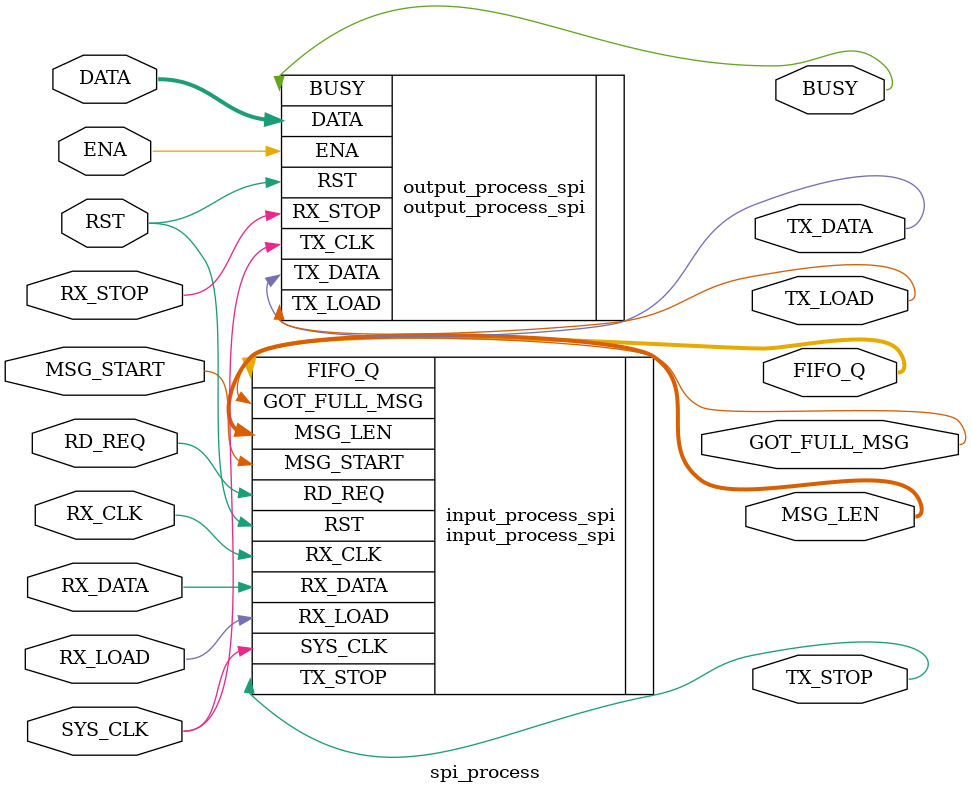
<source format=v>
module spi_process(
input RST,
input SYS_CLK,
input RX_CLK,
input RX_DATA,
input RX_LOAD,
input RX_STOP,

input RD_REQ,
input MSG_START,
output [15:0] FIFO_Q,
output GOT_FULL_MSG,

output [7:0] MSG_LEN,

output TX_DATA,
output TX_LOAD,
output TX_STOP,

input [15:0] DATA,
input ENA,
output BUSY
);

input_process_spi input_process_spi(
.RST(RST),
.SYS_CLK(SYS_CLK),
.RX_CLK(RX_CLK),
.RX_DATA(RX_DATA),
.RX_LOAD(RX_LOAD),
.TX_STOP(TX_STOP),

.RD_REQ(RD_REQ),
.MSG_START(MSG_START),
.FIFO_Q(FIFO_Q),
.GOT_FULL_MSG(GOT_FULL_MSG),
.MSG_LEN(MSG_LEN)
);

output_process_spi output_process_spi(
.RST(RST),
.TX_CLK(SYS_CLK),
.TX_DATA(TX_DATA),
.TX_LOAD(TX_LOAD),
.RX_STOP(RX_STOP),

.DATA(DATA),
.ENA(ENA),
.BUSY(BUSY)
);

endmodule

</source>
